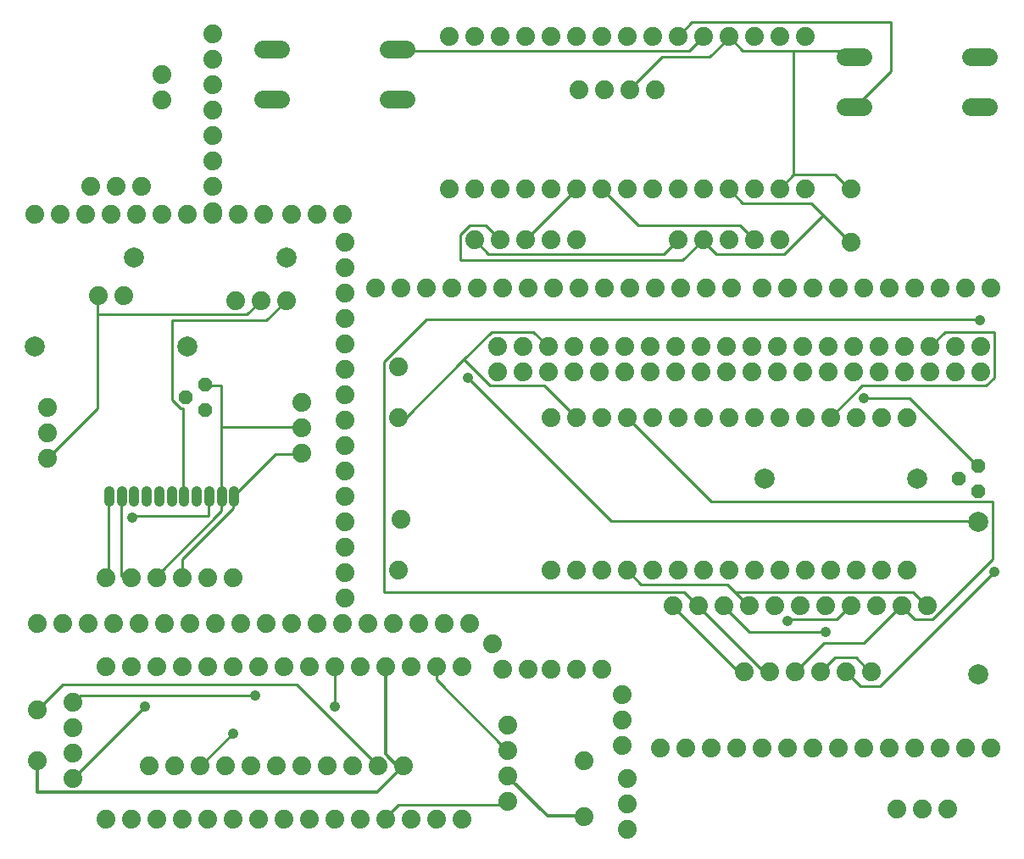
<source format=gbr>
G04 EAGLE Gerber RS-274X export*
G75*
%MOMM*%
%FSLAX34Y34*%
%LPD*%
%INBottom Copper*%
%IPPOS*%
%AMOC8*
5,1,8,0,0,1.08239X$1,22.5*%
G01*
%ADD10C,1.879600*%
%ADD11C,1.790700*%
%ADD12C,1.008000*%
%ADD13P,1.429621X8X112.500000*%
%ADD14C,2.000000*%
%ADD15C,0.304800*%
%ADD16C,0.254000*%
%ADD17C,1.066800*%


D10*
X444500Y182880D03*
X419100Y182880D03*
X393700Y182880D03*
X368300Y182880D03*
X342900Y182880D03*
X317500Y182880D03*
X292100Y182880D03*
X266700Y182880D03*
X241300Y182880D03*
X215900Y182880D03*
X190500Y182880D03*
X165100Y182880D03*
X139700Y182880D03*
X114300Y182880D03*
X88900Y182880D03*
X88900Y30480D03*
X114300Y30480D03*
X139700Y30480D03*
X165100Y30480D03*
X190500Y30480D03*
X215900Y30480D03*
X241300Y30480D03*
X266700Y30480D03*
X292100Y30480D03*
X317500Y30480D03*
X342900Y30480D03*
X368300Y30480D03*
X393700Y30480D03*
X419100Y30480D03*
X444500Y30480D03*
X55880Y71120D03*
X55880Y96520D03*
X55880Y121920D03*
X55880Y147320D03*
X490220Y124460D03*
X490220Y99060D03*
X490220Y73660D03*
X490220Y48260D03*
X566420Y88900D03*
X566420Y33020D03*
X20320Y139700D03*
X20320Y88900D03*
X431800Y660400D03*
X457200Y660400D03*
X482600Y660400D03*
X508000Y660400D03*
X533400Y660400D03*
X558800Y660400D03*
X584200Y660400D03*
X609600Y660400D03*
X635000Y660400D03*
X660400Y660400D03*
X685800Y660400D03*
X711200Y660400D03*
X736600Y660400D03*
X762000Y660400D03*
X787400Y660400D03*
X787400Y812800D03*
X762000Y812800D03*
X736600Y812800D03*
X711200Y812800D03*
X685800Y812800D03*
X660400Y812800D03*
X635000Y812800D03*
X609600Y812800D03*
X584200Y812800D03*
X558800Y812800D03*
X533400Y812800D03*
X508000Y812800D03*
X482600Y812800D03*
X457200Y812800D03*
X431800Y812800D03*
X457200Y609600D03*
X482600Y609600D03*
X508000Y609600D03*
X533400Y609600D03*
X558800Y609600D03*
X660400Y609600D03*
X685800Y609600D03*
X711200Y609600D03*
X736600Y609600D03*
X762000Y609600D03*
D11*
X388938Y799592D02*
X371031Y799592D01*
X263970Y799592D02*
X246063Y799592D01*
X371031Y749808D02*
X388938Y749808D01*
X263970Y749808D02*
X246063Y749808D01*
X827723Y742188D02*
X845630Y742188D01*
X952691Y742188D02*
X970598Y742188D01*
X845630Y791972D02*
X827723Y791972D01*
X952691Y791972D02*
X970598Y791972D01*
D10*
X386080Y83820D03*
X360680Y83820D03*
X335280Y83820D03*
X309880Y83820D03*
X284480Y83820D03*
X259080Y83820D03*
X233680Y83820D03*
X208280Y83820D03*
X182880Y83820D03*
X157480Y83820D03*
X132080Y83820D03*
X358140Y561340D03*
X383540Y561340D03*
X408940Y561340D03*
X434340Y561340D03*
X459740Y561340D03*
X485140Y561340D03*
X510540Y561340D03*
X535940Y561340D03*
X561340Y561340D03*
X586740Y561340D03*
X612140Y561340D03*
X637540Y561340D03*
X662940Y561340D03*
X688340Y561340D03*
X713740Y561340D03*
X96520Y226060D03*
X121920Y226060D03*
X147320Y226060D03*
X172720Y226060D03*
X198120Y226060D03*
X223520Y226060D03*
X248920Y226060D03*
X274320Y226060D03*
X299720Y226060D03*
X325120Y226060D03*
X350520Y226060D03*
X375920Y226060D03*
X401320Y226060D03*
X426720Y226060D03*
X452120Y226060D03*
X609600Y20320D03*
X609600Y45720D03*
X609600Y71120D03*
X20320Y226060D03*
X45720Y226060D03*
X71120Y226060D03*
X274320Y635000D03*
X299720Y635000D03*
X325120Y635000D03*
X929640Y40640D03*
X904240Y40640D03*
X878840Y40640D03*
X124460Y662940D03*
X99060Y662940D03*
X73660Y662940D03*
X533400Y180340D03*
X558800Y180340D03*
X584200Y180340D03*
X604520Y104140D03*
X604520Y129540D03*
X604520Y154940D03*
X510540Y180340D03*
X485140Y180340D03*
X144780Y774700D03*
X144780Y749300D03*
X327660Y251460D03*
X327660Y276860D03*
X327660Y302260D03*
X327660Y327660D03*
X327660Y353060D03*
X327660Y378460D03*
X327660Y403860D03*
X327660Y429260D03*
X327660Y454660D03*
X327660Y480060D03*
X327660Y505460D03*
X327660Y530860D03*
X327660Y556260D03*
X327660Y581660D03*
X327660Y607060D03*
X833120Y660400D03*
X833120Y607060D03*
X972820Y101600D03*
X947420Y101600D03*
X922020Y101600D03*
X896620Y101600D03*
X871220Y101600D03*
X845820Y101600D03*
X820420Y101600D03*
X795020Y101600D03*
X769620Y101600D03*
X744220Y101600D03*
X718820Y101600D03*
X693420Y101600D03*
X668020Y101600D03*
X642620Y101600D03*
X744220Y561340D03*
X769620Y561340D03*
X795020Y561340D03*
X820420Y561340D03*
X845820Y561340D03*
X871220Y561340D03*
X896620Y561340D03*
X922020Y561340D03*
X947420Y561340D03*
X972820Y561340D03*
X637540Y759460D03*
X612140Y759460D03*
X586740Y759460D03*
X561340Y759460D03*
X962660Y502920D03*
X937260Y502920D03*
X911860Y502920D03*
X886460Y502920D03*
X861060Y502920D03*
X835660Y502920D03*
X810260Y502920D03*
X784860Y502920D03*
X759460Y502920D03*
X734060Y502920D03*
X708660Y502920D03*
X683260Y502920D03*
X657860Y502920D03*
X632460Y502920D03*
X607060Y502920D03*
X581660Y502920D03*
X556260Y502920D03*
X530860Y502920D03*
X505460Y502920D03*
X480060Y502920D03*
X480060Y477520D03*
X505460Y477520D03*
X530860Y477520D03*
X556260Y477520D03*
X581660Y477520D03*
X607060Y477520D03*
X632460Y477520D03*
X657860Y477520D03*
X683260Y477520D03*
X708660Y477520D03*
X734060Y477520D03*
X759460Y477520D03*
X784860Y477520D03*
X810260Y477520D03*
X835660Y477520D03*
X861060Y477520D03*
X886460Y477520D03*
X911860Y477520D03*
X937260Y477520D03*
X962660Y477520D03*
X381000Y482600D03*
X381000Y431800D03*
X889000Y431800D03*
X863600Y431800D03*
X838200Y431800D03*
X812800Y431800D03*
X787400Y431800D03*
X762000Y431800D03*
X736600Y431800D03*
X711200Y431800D03*
X685800Y431800D03*
X660400Y431800D03*
X635000Y431800D03*
X609600Y431800D03*
X584200Y431800D03*
X558800Y431800D03*
X533400Y431800D03*
X533400Y279400D03*
X558800Y279400D03*
X584200Y279400D03*
X609600Y279400D03*
X635000Y279400D03*
X660400Y279400D03*
X685800Y279400D03*
X711200Y279400D03*
X736600Y279400D03*
X762000Y279400D03*
X787400Y279400D03*
X812800Y279400D03*
X838200Y279400D03*
X863600Y279400D03*
X889000Y279400D03*
D12*
X217440Y347440D02*
X217440Y357520D01*
X204940Y357520D02*
X204940Y347440D01*
X192440Y347440D02*
X192440Y357520D01*
X179940Y357520D02*
X179940Y347440D01*
X167440Y347440D02*
X167440Y357520D01*
X154940Y357520D02*
X154940Y347440D01*
X142440Y347440D02*
X142440Y357520D01*
X129940Y357520D02*
X129940Y347440D01*
X117440Y347440D02*
X117440Y357520D01*
X104940Y357520D02*
X104940Y347440D01*
X92440Y347440D02*
X92440Y357520D01*
D10*
X215900Y271780D03*
X190500Y271780D03*
X165100Y271780D03*
X139700Y271780D03*
X114300Y271780D03*
X88900Y271780D03*
X284480Y396240D03*
X284480Y421640D03*
X284480Y447040D03*
X30480Y441960D03*
X30480Y416560D03*
X30480Y391160D03*
X106680Y553720D03*
X81280Y553720D03*
X269240Y548640D03*
X243840Y548640D03*
X218440Y548640D03*
X17780Y635000D03*
X43180Y635000D03*
X68580Y635000D03*
X93980Y635000D03*
X119380Y635000D03*
X144780Y635000D03*
X170180Y635000D03*
X195580Y635000D03*
X220980Y635000D03*
X246380Y635000D03*
X195580Y637540D03*
X195580Y662940D03*
X195580Y688340D03*
X195580Y713740D03*
X195580Y739140D03*
X195580Y764540D03*
X195580Y789940D03*
X195580Y815340D03*
X655320Y243840D03*
X680720Y243840D03*
X706120Y243840D03*
X731520Y243840D03*
X756920Y243840D03*
X782320Y243840D03*
X807720Y243840D03*
X833120Y243840D03*
X858520Y243840D03*
X883920Y243840D03*
X909320Y243840D03*
X383540Y330200D03*
X381000Y279400D03*
X726440Y177800D03*
X751840Y177800D03*
X777240Y177800D03*
X802640Y177800D03*
X828040Y177800D03*
X853440Y177800D03*
D13*
X960120Y383540D03*
X941070Y370840D03*
X960120Y358140D03*
D14*
X746760Y370840D03*
X899160Y370840D03*
X960120Y175260D03*
X960120Y327660D03*
D13*
X187960Y464820D03*
X168910Y452120D03*
X187960Y439420D03*
D14*
X17780Y502920D03*
X170180Y502920D03*
X269240Y591820D03*
X116840Y591820D03*
D10*
X474980Y205740D03*
D15*
X490538Y73025D02*
X530225Y33338D01*
X565150Y33338D01*
X490538Y73025D02*
X490220Y73660D01*
X565150Y33338D02*
X566420Y33020D01*
X20638Y57150D02*
X20638Y88900D01*
X20638Y57150D02*
X360363Y57150D01*
X385763Y82550D01*
X20638Y88900D02*
X20320Y88900D01*
X385763Y82550D02*
X386080Y83820D01*
X368300Y95250D02*
X368300Y182880D01*
X368300Y95250D02*
X382588Y80963D01*
X386080Y83820D01*
D16*
X317500Y142875D02*
X317500Y182880D01*
D17*
X317500Y142875D03*
D16*
X63500Y153988D02*
X57150Y147638D01*
X63500Y153988D02*
X238125Y153988D01*
X57150Y147638D02*
X55880Y147320D01*
D17*
X238125Y153988D03*
D16*
X215900Y115888D02*
X184150Y84138D01*
X182880Y83820D01*
D17*
X215900Y115888D03*
D16*
X128588Y142875D02*
X57150Y71438D01*
X55880Y71120D01*
D17*
X128588Y142875D03*
D16*
X46038Y165100D02*
X20638Y139700D01*
X46038Y165100D02*
X279400Y165100D01*
X360680Y83820D01*
X20638Y139700D02*
X20320Y139700D01*
X485775Y44450D02*
X488950Y47625D01*
X485775Y44450D02*
X381000Y44450D01*
X368300Y31750D01*
X488950Y47625D02*
X490220Y48260D01*
X368300Y31750D02*
X368300Y30480D01*
X488950Y100013D02*
X419100Y169863D01*
X419100Y182880D01*
X488950Y100013D02*
X490220Y99060D01*
X762000Y660400D02*
X776288Y674688D01*
X817563Y674688D01*
X831850Y660400D01*
X833120Y660400D01*
X836613Y792163D02*
X830263Y798513D01*
X776288Y798513D02*
X725488Y798513D01*
X776288Y798513D02*
X830263Y798513D01*
X725488Y798513D02*
X711200Y812800D01*
X836613Y792163D02*
X836676Y791972D01*
X644525Y792163D02*
X612775Y760413D01*
X644525Y792163D02*
X692150Y792163D01*
X711200Y811213D01*
X612775Y760413D02*
X612140Y759460D01*
X711200Y811213D02*
X711200Y812800D01*
X776288Y798513D02*
X776288Y674688D01*
X660400Y609600D02*
X646113Y595313D01*
X471488Y595313D01*
X457200Y609600D01*
X468313Y623888D02*
X482600Y609600D01*
X468313Y623888D02*
X452438Y623888D01*
X442913Y614363D01*
X442913Y588963D01*
X665163Y588963D01*
X685800Y609600D01*
X793750Y646113D02*
X805656Y634206D01*
X831850Y608013D01*
X793750Y646113D02*
X725488Y646113D01*
X711200Y660400D01*
X831850Y608013D02*
X833120Y607060D01*
X698500Y595313D02*
X685800Y608013D01*
X698500Y595313D02*
X766763Y595313D01*
X805656Y634206D01*
X685800Y609600D02*
X685800Y608013D01*
X620713Y623888D02*
X584200Y660400D01*
X620713Y623888D02*
X722313Y623888D01*
X736600Y609600D01*
X671513Y798513D02*
X381000Y798513D01*
X671513Y798513D02*
X685800Y812800D01*
X381000Y798513D02*
X379984Y799592D01*
X838200Y742950D02*
X873125Y777875D01*
X873125Y827088D01*
X674688Y827088D01*
X660400Y812800D01*
X836676Y742188D02*
X838200Y742950D01*
X558800Y660400D02*
X508000Y609600D01*
X806450Y206375D02*
X777875Y177800D01*
X806450Y206375D02*
X846138Y206375D01*
X882650Y242888D01*
X777875Y177800D02*
X777240Y177800D01*
X882650Y242888D02*
X883920Y243840D01*
X884238Y242888D02*
X896938Y230188D01*
X914400Y230188D01*
X974725Y290513D01*
X974725Y347663D01*
X693738Y347663D01*
X609600Y431800D01*
X883920Y243840D02*
X884238Y242888D01*
X958850Y384175D02*
X892175Y450850D01*
X846138Y450850D01*
X958850Y384175D02*
X960120Y383540D01*
D17*
X846138Y450850D03*
D16*
X817563Y192088D02*
X803275Y177800D01*
X817563Y192088D02*
X838200Y192088D01*
X852488Y177800D01*
X803275Y177800D02*
X802640Y177800D01*
X852488Y177800D02*
X853440Y177800D01*
X718344Y256381D02*
X709613Y265113D01*
X718344Y256381D02*
X730250Y244475D01*
X709613Y265113D02*
X623888Y265113D01*
X609600Y279400D01*
X730250Y244475D02*
X731520Y243840D01*
X530225Y503238D02*
X515938Y517525D01*
X474663Y517525D01*
X446881Y489744D02*
X388938Y431800D01*
X446881Y489744D02*
X474663Y517525D01*
X388938Y431800D02*
X381000Y431800D01*
X530225Y503238D02*
X530860Y502920D01*
X527050Y463550D02*
X558800Y431800D01*
X527050Y463550D02*
X473075Y463550D01*
X446881Y489744D01*
X895350Y257175D02*
X908050Y244475D01*
X895350Y257175D02*
X719138Y257175D01*
X908050Y244475D02*
X909320Y243840D01*
X719138Y257175D02*
X718344Y256381D01*
X92075Y273050D02*
X92075Y352425D01*
X92075Y273050D02*
X88900Y273050D01*
X92075Y352425D02*
X92440Y352480D01*
X88900Y273050D02*
X88900Y271780D01*
X104775Y273050D02*
X104775Y352425D01*
X104775Y273050D02*
X114300Y273050D01*
X104775Y352425D02*
X104940Y352480D01*
X114300Y273050D02*
X114300Y271780D01*
X204788Y422275D02*
X204788Y463550D01*
X204788Y422275D02*
X204788Y354013D01*
X204788Y463550D02*
X188913Y463550D01*
X204788Y354013D02*
X204940Y352480D01*
X188913Y463550D02*
X187960Y464820D01*
X204788Y338138D02*
X139700Y273050D01*
X204788Y338138D02*
X204788Y352425D01*
X139700Y273050D02*
X139700Y271780D01*
X204788Y352425D02*
X204940Y352480D01*
X204788Y422275D02*
X284163Y422275D01*
X284480Y421640D01*
X258763Y395288D02*
X217488Y354013D01*
X258763Y395288D02*
X284163Y395288D01*
X217488Y354013D02*
X217440Y352480D01*
X284163Y395288D02*
X284480Y396240D01*
X165100Y290513D02*
X165100Y271780D01*
X165100Y290513D02*
X215900Y341313D01*
X215900Y352425D01*
X217440Y352480D01*
X80963Y441325D02*
X31750Y392113D01*
X80963Y534988D02*
X80963Y552450D01*
X80963Y534988D02*
X80963Y441325D01*
X31750Y392113D02*
X30480Y391160D01*
X80963Y552450D02*
X81280Y553720D01*
X230188Y534988D02*
X243840Y548640D01*
X230188Y534988D02*
X80963Y534988D01*
X192088Y352425D02*
X192088Y333375D01*
X117475Y333375D01*
X115888Y331788D01*
X192088Y352425D02*
X192440Y352480D01*
D17*
X115888Y331788D03*
D16*
X166688Y354013D02*
X166688Y441325D01*
X163513Y441325D01*
X155575Y449263D01*
X155575Y528638D01*
X249238Y528638D01*
X269240Y548640D01*
X166688Y354013D02*
X167440Y352480D01*
X769938Y228600D02*
X771525Y230188D01*
X819150Y230188D01*
X831850Y242888D01*
X833120Y243840D01*
D17*
X769938Y228600D03*
D16*
X731838Y217488D02*
X706438Y242888D01*
X731838Y217488D02*
X808038Y217488D01*
X706438Y242888D02*
X706120Y243840D01*
X862013Y163513D02*
X976313Y277813D01*
X862013Y163513D02*
X842963Y163513D01*
X828675Y177800D01*
X828040Y177800D01*
D17*
X808038Y217488D03*
X976313Y277813D03*
D16*
X746125Y177800D02*
X681038Y242888D01*
X746125Y177800D02*
X751840Y177800D01*
X681038Y242888D02*
X680720Y243840D01*
X962025Y528638D02*
X960438Y530225D01*
X409575Y530225D01*
X366713Y487363D01*
X366713Y257175D01*
X666750Y257175D01*
X679450Y244475D01*
X680720Y243840D01*
D17*
X962025Y528638D03*
D16*
X655638Y242888D02*
X720725Y177800D01*
X726440Y177800D01*
X655638Y242888D02*
X655320Y243840D01*
X812800Y431800D02*
X844550Y463550D01*
X968375Y463550D01*
X976313Y471488D01*
X976313Y517525D01*
X927100Y517525D01*
X912813Y503238D01*
X911860Y502920D01*
X593725Y328613D02*
X450850Y471488D01*
X593725Y328613D02*
X958850Y328613D01*
X960120Y327660D01*
D17*
X450850Y471488D03*
M02*

</source>
